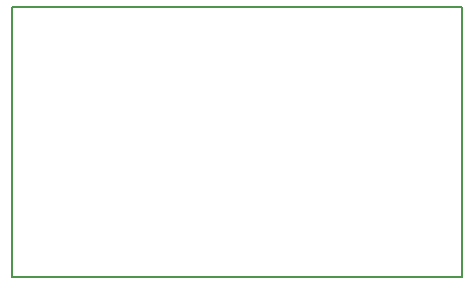
<source format=gm1>
G04 #@! TF.GenerationSoftware,KiCad,Pcbnew,(5.0.1-3-g963ef8bb5)*
G04 #@! TF.CreationDate,2018-11-23T17:20:43+01:00*
G04 #@! TF.ProjectId,FT232H,4654323332482E6B696361645F706362,rev?*
G04 #@! TF.SameCoordinates,Original*
G04 #@! TF.FileFunction,Profile,NP*
%FSLAX46Y46*%
G04 Gerber Fmt 4.6, Leading zero omitted, Abs format (unit mm)*
G04 Created by KiCad (PCBNEW (5.0.1-3-g963ef8bb5)) date Friday, 23 November 2018 at 17:20:43*
%MOMM*%
%LPD*%
G01*
G04 APERTURE LIST*
%ADD10C,0.150000*%
G04 APERTURE END LIST*
D10*
X152400000Y-86360000D02*
X152400000Y-63500000D01*
X152400000Y-86360000D02*
X190500000Y-86360000D01*
X190500000Y-63500000D02*
X190500000Y-86360000D01*
X152400000Y-63500000D02*
X190500000Y-63500000D01*
M02*

</source>
